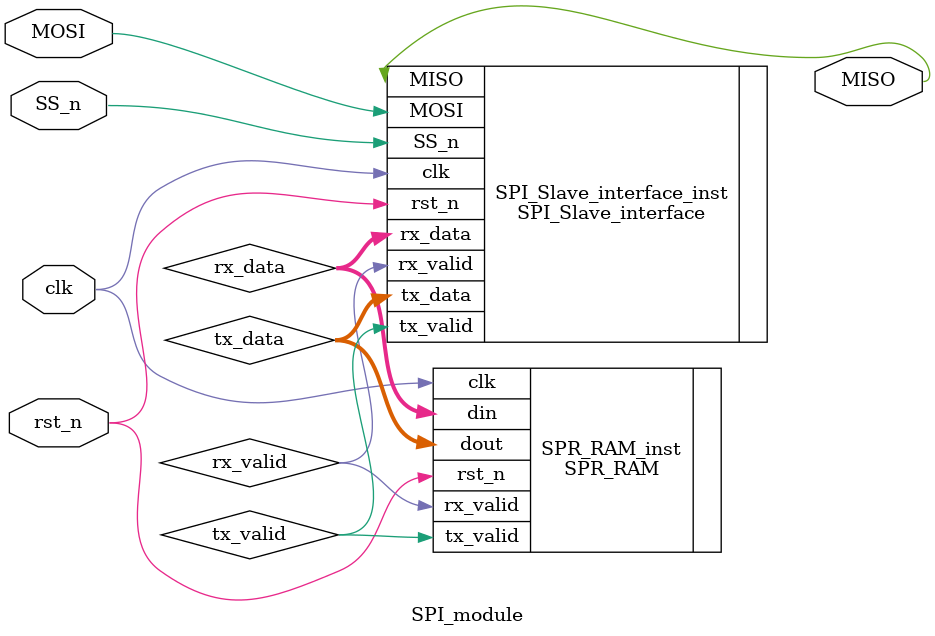
<source format=v>
module SPI_module (
    output  MISO,
    
    input SS_n,

    input clk,
    
    input rst_n,
    
    input MOSI
);
wire [9:0] rx_data;
wire  rx_valid;
wire [7:0] tx_data;
wire  tx_valid;

SPI_Slave_interface SPI_Slave_interface_inst (
    .MISO(MISO),
    .SS_n(SS_n),
    .clk(clk),
    .rst_n(rst_n),
    .tx_data(tx_data),
    .tx_valid(tx_valid),
    .MOSI(MOSI),
    .rx_data(rx_data),
    .rx_valid(rx_valid)
);

SPR_RAM SPR_RAM_inst (
    .din(rx_data),
    .clk(clk),
    .rst_n(rst_n),
    .rx_valid(rx_valid),
    .dout(tx_data),
    .tx_valid(tx_valid)
);


endmodule
</source>
